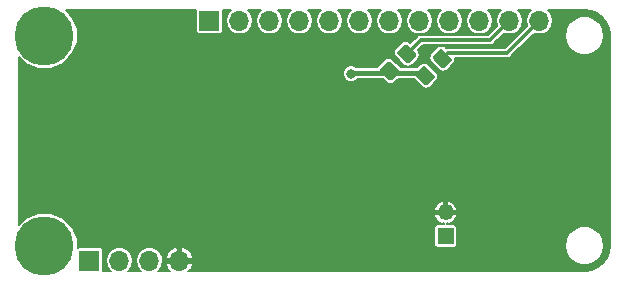
<source format=gbr>
G04 #@! TF.GenerationSoftware,KiCad,Pcbnew,(5.0.2-5)-5*
G04 #@! TF.CreationDate,2019-11-21T15:56:31-05:00*
G04 #@! TF.ProjectId,NEMA0183,4e454d41-3031-4383-932e-6b696361645f,rev?*
G04 #@! TF.SameCoordinates,Original*
G04 #@! TF.FileFunction,Copper,L2,Bot*
G04 #@! TF.FilePolarity,Positive*
%FSLAX46Y46*%
G04 Gerber Fmt 4.6, Leading zero omitted, Abs format (unit mm)*
G04 Created by KiCad (PCBNEW (5.0.2-5)-5) date Thursday, November 21, 2019 at 03:56:31 PM*
%MOMM*%
%LPD*%
G01*
G04 APERTURE LIST*
G04 #@! TA.AperFunction,ComponentPad*
%ADD10R,1.700000X1.700000*%
G04 #@! TD*
G04 #@! TA.AperFunction,ComponentPad*
%ADD11O,1.700000X1.700000*%
G04 #@! TD*
G04 #@! TA.AperFunction,Conductor*
%ADD12C,0.100000*%
G04 #@! TD*
G04 #@! TA.AperFunction,SMDPad,CuDef*
%ADD13C,1.150000*%
G04 #@! TD*
G04 #@! TA.AperFunction,ComponentPad*
%ADD14C,5.000000*%
G04 #@! TD*
G04 #@! TA.AperFunction,ComponentPad*
%ADD15R,1.350000X1.350000*%
G04 #@! TD*
G04 #@! TA.AperFunction,ComponentPad*
%ADD16O,1.350000X1.350000*%
G04 #@! TD*
G04 #@! TA.AperFunction,ViaPad*
%ADD17C,0.800000*%
G04 #@! TD*
G04 #@! TA.AperFunction,ViaPad*
%ADD18C,0.600000*%
G04 #@! TD*
G04 #@! TA.AperFunction,Conductor*
%ADD19C,0.400000*%
G04 #@! TD*
G04 #@! TA.AperFunction,Conductor*
%ADD20C,0.300000*%
G04 #@! TD*
G04 #@! TA.AperFunction,Conductor*
%ADD21C,0.200000*%
G04 #@! TD*
G04 APERTURE END LIST*
D10*
G04 #@! TO.P,J3,1*
G04 #@! TO.N,N/C*
X56350000Y-51590000D03*
D11*
G04 #@! TO.P,J3,2*
G04 #@! TO.N,/3V3*
X58890000Y-51590000D03*
G04 #@! TO.P,J3,3*
G04 #@! TO.N,N/C*
X61430000Y-51590000D03*
G04 #@! TO.P,J3,4*
G04 #@! TO.N,GND*
X63970000Y-51590000D03*
G04 #@! TD*
D12*
G04 #@! TO.N,/SCL*
G04 #@! TO.C,I2C_R1*
G36*
X83160900Y-33278412D02*
X83185168Y-33282012D01*
X83208967Y-33287973D01*
X83232066Y-33296238D01*
X83254245Y-33306728D01*
X83275288Y-33319340D01*
X83294994Y-33333955D01*
X83313172Y-33350431D01*
X83949569Y-33986828D01*
X83966045Y-34005006D01*
X83980660Y-34024712D01*
X83993272Y-34045755D01*
X84003762Y-34067934D01*
X84012027Y-34091033D01*
X84017988Y-34114832D01*
X84021588Y-34139100D01*
X84022792Y-34163604D01*
X84021588Y-34188108D01*
X84017988Y-34212376D01*
X84012027Y-34236175D01*
X84003762Y-34259274D01*
X83993272Y-34281453D01*
X83980660Y-34302496D01*
X83966045Y-34322202D01*
X83949569Y-34340380D01*
X83489948Y-34800001D01*
X83471770Y-34816477D01*
X83452064Y-34831092D01*
X83431021Y-34843704D01*
X83408842Y-34854194D01*
X83385743Y-34862459D01*
X83361944Y-34868420D01*
X83337676Y-34872020D01*
X83313172Y-34873224D01*
X83288668Y-34872020D01*
X83264400Y-34868420D01*
X83240601Y-34862459D01*
X83217502Y-34854194D01*
X83195323Y-34843704D01*
X83174280Y-34831092D01*
X83154574Y-34816477D01*
X83136396Y-34800001D01*
X82499999Y-34163604D01*
X82483523Y-34145426D01*
X82468908Y-34125720D01*
X82456296Y-34104677D01*
X82445806Y-34082498D01*
X82437541Y-34059399D01*
X82431580Y-34035600D01*
X82427980Y-34011332D01*
X82426776Y-33986828D01*
X82427980Y-33962324D01*
X82431580Y-33938056D01*
X82437541Y-33914257D01*
X82445806Y-33891158D01*
X82456296Y-33868979D01*
X82468908Y-33847936D01*
X82483523Y-33828230D01*
X82499999Y-33810052D01*
X82959620Y-33350431D01*
X82977798Y-33333955D01*
X82997504Y-33319340D01*
X83018547Y-33306728D01*
X83040726Y-33296238D01*
X83063825Y-33287973D01*
X83087624Y-33282012D01*
X83111892Y-33278412D01*
X83136396Y-33277208D01*
X83160900Y-33278412D01*
X83160900Y-33278412D01*
G37*
D13*
G04 #@! TD*
G04 #@! TO.P,I2C_R1,2*
G04 #@! TO.N,/SCL*
X83224784Y-34075216D03*
D12*
G04 #@! TO.N,/3V3*
G04 #@! TO.C,I2C_R1*
G36*
X81711332Y-34727980D02*
X81735600Y-34731580D01*
X81759399Y-34737541D01*
X81782498Y-34745806D01*
X81804677Y-34756296D01*
X81825720Y-34768908D01*
X81845426Y-34783523D01*
X81863604Y-34799999D01*
X82500001Y-35436396D01*
X82516477Y-35454574D01*
X82531092Y-35474280D01*
X82543704Y-35495323D01*
X82554194Y-35517502D01*
X82562459Y-35540601D01*
X82568420Y-35564400D01*
X82572020Y-35588668D01*
X82573224Y-35613172D01*
X82572020Y-35637676D01*
X82568420Y-35661944D01*
X82562459Y-35685743D01*
X82554194Y-35708842D01*
X82543704Y-35731021D01*
X82531092Y-35752064D01*
X82516477Y-35771770D01*
X82500001Y-35789948D01*
X82040380Y-36249569D01*
X82022202Y-36266045D01*
X82002496Y-36280660D01*
X81981453Y-36293272D01*
X81959274Y-36303762D01*
X81936175Y-36312027D01*
X81912376Y-36317988D01*
X81888108Y-36321588D01*
X81863604Y-36322792D01*
X81839100Y-36321588D01*
X81814832Y-36317988D01*
X81791033Y-36312027D01*
X81767934Y-36303762D01*
X81745755Y-36293272D01*
X81724712Y-36280660D01*
X81705006Y-36266045D01*
X81686828Y-36249569D01*
X81050431Y-35613172D01*
X81033955Y-35594994D01*
X81019340Y-35575288D01*
X81006728Y-35554245D01*
X80996238Y-35532066D01*
X80987973Y-35508967D01*
X80982012Y-35485168D01*
X80978412Y-35460900D01*
X80977208Y-35436396D01*
X80978412Y-35411892D01*
X80982012Y-35387624D01*
X80987973Y-35363825D01*
X80996238Y-35340726D01*
X81006728Y-35318547D01*
X81019340Y-35297504D01*
X81033955Y-35277798D01*
X81050431Y-35259620D01*
X81510052Y-34799999D01*
X81528230Y-34783523D01*
X81547936Y-34768908D01*
X81568979Y-34756296D01*
X81591158Y-34745806D01*
X81614257Y-34737541D01*
X81638056Y-34731580D01*
X81662324Y-34727980D01*
X81686828Y-34726776D01*
X81711332Y-34727980D01*
X81711332Y-34727980D01*
G37*
D13*
G04 #@! TD*
G04 #@! TO.P,I2C_R1,1*
G04 #@! TO.N,/3V3*
X81775216Y-35524784D03*
D14*
G04 #@! TO.P,REF\002A\002A,1*
G04 #@! TO.N,N/C*
X52540000Y-50320000D03*
G04 #@! TD*
D10*
G04 #@! TO.P,J2,BAT*
G04 #@! TO.N,N/C*
X66510000Y-31270000D03*
D11*
G04 #@! TO.P,J2,EN*
X69050000Y-31270000D03*
G04 #@! TO.P,J2,USB*
X71590000Y-31270000D03*
G04 #@! TO.P,J2,16*
X74130000Y-31270000D03*
G04 #@! TO.P,J2,15*
G04 #@! TO.N,/DAT_OUT*
X76670000Y-31270000D03*
G04 #@! TO.P,J2,07*
G04 #@! TO.N,/POW_CON_IN*
X79210000Y-31270000D03*
G04 #@! TO.P,J2,11*
G04 #@! TO.N,/RSSI_OUT*
X81750000Y-31270000D03*
G04 #@! TO.P,J2,31\002A*
G04 #@! TO.N,N/C*
X84290000Y-31270000D03*
G04 #@! TO.P,J2,30*
X86830000Y-31270000D03*
G04 #@! TO.P,J2,27*
X89370000Y-31270000D03*
G04 #@! TO.P,J2,SCL*
G04 #@! TO.N,/SCL*
X91910000Y-31270000D03*
G04 #@! TO.P,J2,SDA*
G04 #@! TO.N,/SDA*
X94450000Y-31270000D03*
G04 #@! TD*
D12*
G04 #@! TO.N,/SDA*
G04 #@! TO.C,I2C_R2*
G36*
X86160900Y-33678412D02*
X86185168Y-33682012D01*
X86208967Y-33687973D01*
X86232066Y-33696238D01*
X86254245Y-33706728D01*
X86275288Y-33719340D01*
X86294994Y-33733955D01*
X86313172Y-33750431D01*
X86949569Y-34386828D01*
X86966045Y-34405006D01*
X86980660Y-34424712D01*
X86993272Y-34445755D01*
X87003762Y-34467934D01*
X87012027Y-34491033D01*
X87017988Y-34514832D01*
X87021588Y-34539100D01*
X87022792Y-34563604D01*
X87021588Y-34588108D01*
X87017988Y-34612376D01*
X87012027Y-34636175D01*
X87003762Y-34659274D01*
X86993272Y-34681453D01*
X86980660Y-34702496D01*
X86966045Y-34722202D01*
X86949569Y-34740380D01*
X86489948Y-35200001D01*
X86471770Y-35216477D01*
X86452064Y-35231092D01*
X86431021Y-35243704D01*
X86408842Y-35254194D01*
X86385743Y-35262459D01*
X86361944Y-35268420D01*
X86337676Y-35272020D01*
X86313172Y-35273224D01*
X86288668Y-35272020D01*
X86264400Y-35268420D01*
X86240601Y-35262459D01*
X86217502Y-35254194D01*
X86195323Y-35243704D01*
X86174280Y-35231092D01*
X86154574Y-35216477D01*
X86136396Y-35200001D01*
X85499999Y-34563604D01*
X85483523Y-34545426D01*
X85468908Y-34525720D01*
X85456296Y-34504677D01*
X85445806Y-34482498D01*
X85437541Y-34459399D01*
X85431580Y-34435600D01*
X85427980Y-34411332D01*
X85426776Y-34386828D01*
X85427980Y-34362324D01*
X85431580Y-34338056D01*
X85437541Y-34314257D01*
X85445806Y-34291158D01*
X85456296Y-34268979D01*
X85468908Y-34247936D01*
X85483523Y-34228230D01*
X85499999Y-34210052D01*
X85959620Y-33750431D01*
X85977798Y-33733955D01*
X85997504Y-33719340D01*
X86018547Y-33706728D01*
X86040726Y-33696238D01*
X86063825Y-33687973D01*
X86087624Y-33682012D01*
X86111892Y-33678412D01*
X86136396Y-33677208D01*
X86160900Y-33678412D01*
X86160900Y-33678412D01*
G37*
D13*
G04 #@! TD*
G04 #@! TO.P,I2C_R2,1*
G04 #@! TO.N,/SDA*
X86224784Y-34475216D03*
D12*
G04 #@! TO.N,/3V3*
G04 #@! TO.C,I2C_R2*
G36*
X84711332Y-35127980D02*
X84735600Y-35131580D01*
X84759399Y-35137541D01*
X84782498Y-35145806D01*
X84804677Y-35156296D01*
X84825720Y-35168908D01*
X84845426Y-35183523D01*
X84863604Y-35199999D01*
X85500001Y-35836396D01*
X85516477Y-35854574D01*
X85531092Y-35874280D01*
X85543704Y-35895323D01*
X85554194Y-35917502D01*
X85562459Y-35940601D01*
X85568420Y-35964400D01*
X85572020Y-35988668D01*
X85573224Y-36013172D01*
X85572020Y-36037676D01*
X85568420Y-36061944D01*
X85562459Y-36085743D01*
X85554194Y-36108842D01*
X85543704Y-36131021D01*
X85531092Y-36152064D01*
X85516477Y-36171770D01*
X85500001Y-36189948D01*
X85040380Y-36649569D01*
X85022202Y-36666045D01*
X85002496Y-36680660D01*
X84981453Y-36693272D01*
X84959274Y-36703762D01*
X84936175Y-36712027D01*
X84912376Y-36717988D01*
X84888108Y-36721588D01*
X84863604Y-36722792D01*
X84839100Y-36721588D01*
X84814832Y-36717988D01*
X84791033Y-36712027D01*
X84767934Y-36703762D01*
X84745755Y-36693272D01*
X84724712Y-36680660D01*
X84705006Y-36666045D01*
X84686828Y-36649569D01*
X84050431Y-36013172D01*
X84033955Y-35994994D01*
X84019340Y-35975288D01*
X84006728Y-35954245D01*
X83996238Y-35932066D01*
X83987973Y-35908967D01*
X83982012Y-35885168D01*
X83978412Y-35860900D01*
X83977208Y-35836396D01*
X83978412Y-35811892D01*
X83982012Y-35787624D01*
X83987973Y-35763825D01*
X83996238Y-35740726D01*
X84006728Y-35718547D01*
X84019340Y-35697504D01*
X84033955Y-35677798D01*
X84050431Y-35659620D01*
X84510052Y-35199999D01*
X84528230Y-35183523D01*
X84547936Y-35168908D01*
X84568979Y-35156296D01*
X84591158Y-35145806D01*
X84614257Y-35137541D01*
X84638056Y-35131580D01*
X84662324Y-35127980D01*
X84686828Y-35126776D01*
X84711332Y-35127980D01*
X84711332Y-35127980D01*
G37*
D13*
G04 #@! TD*
G04 #@! TO.P,I2C_R2,2*
G04 #@! TO.N,/3V3*
X84775216Y-35924784D03*
D14*
G04 #@! TO.P,REF\002A\002A,1*
G04 #@! TO.N,N/C*
X52540000Y-32540000D03*
G04 #@! TD*
D15*
G04 #@! TO.P,J1,1*
G04 #@! TO.N,Net-(J1-Pad1)*
X86500000Y-49500000D03*
D16*
G04 #@! TO.P,J1,2*
G04 #@! TO.N,GND*
X86500000Y-47500000D03*
G04 #@! TD*
D17*
G04 #@! TO.N,/3V3*
X78500000Y-35750000D03*
G04 #@! TO.N,GND*
X67250000Y-38250000D03*
X65250000Y-44250000D03*
X64250000Y-40350000D03*
X98250000Y-36250000D03*
X95500000Y-44000000D03*
X94500000Y-40250000D03*
X80000000Y-46000000D03*
X82000000Y-46000000D03*
X84000000Y-46000000D03*
X86000000Y-46000000D03*
X88000000Y-46000000D03*
X86250000Y-40000000D03*
X97000000Y-36250000D03*
X81500000Y-50000000D03*
X56000000Y-49000000D03*
X67250000Y-40750000D03*
X87300000Y-35350000D03*
X81250000Y-37750000D03*
X89750000Y-45000000D03*
X91500000Y-44000000D03*
X93250000Y-36000000D03*
X63000000Y-47000000D03*
X88500000Y-49000000D03*
X89250000Y-51750000D03*
X93500000Y-44000000D03*
X97500000Y-44000000D03*
X99500000Y-43500000D03*
X96500000Y-41750000D03*
X95250000Y-41750000D03*
X63000000Y-45100000D03*
X93500000Y-33500000D03*
X91500000Y-42250000D03*
X88100000Y-32100000D03*
X91100000Y-33200000D03*
X67250000Y-43750000D03*
X70200000Y-45000000D03*
X91750000Y-38650000D03*
X56000000Y-33000000D03*
X60000000Y-33750000D03*
X73750000Y-44000000D03*
X71750000Y-44000000D03*
X75500000Y-40250000D03*
X77750000Y-37750000D03*
X81250000Y-40250000D03*
X82250000Y-44250000D03*
X78500000Y-40250000D03*
X78750000Y-43250000D03*
X64250000Y-41500000D03*
X70000000Y-37750000D03*
X72500000Y-33000000D03*
X68500000Y-33000000D03*
X63500000Y-35000000D03*
X90300000Y-39850000D03*
X63250000Y-36750000D03*
X83000000Y-32150000D03*
X95500000Y-34250000D03*
X96000000Y-31500000D03*
X93500000Y-51750000D03*
X95250000Y-49750000D03*
X97000000Y-47750000D03*
X99500000Y-47500000D03*
X81000000Y-51750000D03*
X51000000Y-47250000D03*
X51000000Y-43250000D03*
X51000000Y-39250000D03*
X51000000Y-35250000D03*
X59250000Y-30750000D03*
X63250000Y-30750000D03*
X92750000Y-48000000D03*
D18*
X65900000Y-35700000D03*
D17*
X64250000Y-38250000D03*
X99500000Y-39500000D03*
X69500000Y-46750000D03*
X78250000Y-50250000D03*
X76250000Y-44750000D03*
X74700000Y-46150000D03*
X73750000Y-48500000D03*
X78000000Y-46000000D03*
X76600000Y-48050000D03*
X77000000Y-52100000D03*
X85000000Y-51750000D03*
X70750000Y-48500000D03*
X66500000Y-33000000D03*
X70500000Y-33000000D03*
X85550000Y-32100000D03*
X84750000Y-33750000D03*
X54750000Y-36750000D03*
X54750000Y-40750000D03*
X54750000Y-44750000D03*
X60250000Y-42750000D03*
X60350000Y-40600000D03*
X68750000Y-51750000D03*
X58250000Y-49750000D03*
X54750000Y-38750000D03*
X54750000Y-42750000D03*
X55000000Y-47000000D03*
X55000000Y-34750000D03*
X57500000Y-31500000D03*
X61250000Y-30750000D03*
X62000000Y-33750000D03*
X63000000Y-48750000D03*
X87250000Y-40000000D03*
X79750000Y-34750000D03*
X72000000Y-35500000D03*
X77800000Y-32750000D03*
X74500000Y-33000000D03*
X75750000Y-34000000D03*
X74500000Y-35250000D03*
X73250000Y-36500000D03*
X72000000Y-37750000D03*
X72750000Y-51750000D03*
D18*
X94600000Y-37750000D03*
G04 #@! TD*
D19*
G04 #@! TO.N,/3V3*
X78750000Y-35724784D02*
X84775216Y-35724784D01*
D20*
G04 #@! TO.N,/SCL*
X90280000Y-32900000D02*
X84400000Y-32900000D01*
X91910000Y-31270000D02*
X90280000Y-32900000D01*
X84400000Y-32900000D02*
X83224784Y-34075216D01*
G04 #@! TO.N,/SDA*
X86702080Y-33997920D02*
X91722080Y-33997920D01*
X86224784Y-34475216D02*
X86702080Y-33997920D01*
X91722080Y-33997920D02*
X94450000Y-31270000D01*
G04 #@! TD*
D21*
G04 #@! TO.N,GND*
G36*
X65354123Y-30420000D02*
X65354123Y-32120000D01*
X65377407Y-32237054D01*
X65443712Y-32336288D01*
X65542946Y-32402593D01*
X65660000Y-32425877D01*
X67360000Y-32425877D01*
X67477054Y-32402593D01*
X67576288Y-32336288D01*
X67642593Y-32237054D01*
X67665877Y-32120000D01*
X67665877Y-30420000D01*
X67656926Y-30375000D01*
X68319519Y-30375000D01*
X68220897Y-30440897D01*
X67966724Y-30821293D01*
X67877471Y-31270000D01*
X67966724Y-31718707D01*
X68220897Y-32099103D01*
X68601293Y-32353276D01*
X68936739Y-32420000D01*
X69163261Y-32420000D01*
X69498707Y-32353276D01*
X69879103Y-32099103D01*
X70133276Y-31718707D01*
X70222529Y-31270000D01*
X70133276Y-30821293D01*
X69879103Y-30440897D01*
X69780481Y-30375000D01*
X70859519Y-30375000D01*
X70760897Y-30440897D01*
X70506724Y-30821293D01*
X70417471Y-31270000D01*
X70506724Y-31718707D01*
X70760897Y-32099103D01*
X71141293Y-32353276D01*
X71476739Y-32420000D01*
X71703261Y-32420000D01*
X72038707Y-32353276D01*
X72419103Y-32099103D01*
X72673276Y-31718707D01*
X72762529Y-31270000D01*
X72673276Y-30821293D01*
X72419103Y-30440897D01*
X72320481Y-30375000D01*
X73399519Y-30375000D01*
X73300897Y-30440897D01*
X73046724Y-30821293D01*
X72957471Y-31270000D01*
X73046724Y-31718707D01*
X73300897Y-32099103D01*
X73681293Y-32353276D01*
X74016739Y-32420000D01*
X74243261Y-32420000D01*
X74578707Y-32353276D01*
X74959103Y-32099103D01*
X75213276Y-31718707D01*
X75302529Y-31270000D01*
X75213276Y-30821293D01*
X74959103Y-30440897D01*
X74860481Y-30375000D01*
X75939519Y-30375000D01*
X75840897Y-30440897D01*
X75586724Y-30821293D01*
X75497471Y-31270000D01*
X75586724Y-31718707D01*
X75840897Y-32099103D01*
X76221293Y-32353276D01*
X76556739Y-32420000D01*
X76783261Y-32420000D01*
X77118707Y-32353276D01*
X77499103Y-32099103D01*
X77753276Y-31718707D01*
X77842529Y-31270000D01*
X77753276Y-30821293D01*
X77499103Y-30440897D01*
X77400481Y-30375000D01*
X78479519Y-30375000D01*
X78380897Y-30440897D01*
X78126724Y-30821293D01*
X78037471Y-31270000D01*
X78126724Y-31718707D01*
X78380897Y-32099103D01*
X78761293Y-32353276D01*
X79096739Y-32420000D01*
X79323261Y-32420000D01*
X79658707Y-32353276D01*
X80039103Y-32099103D01*
X80293276Y-31718707D01*
X80382529Y-31270000D01*
X80293276Y-30821293D01*
X80039103Y-30440897D01*
X79940481Y-30375000D01*
X81019519Y-30375000D01*
X80920897Y-30440897D01*
X80666724Y-30821293D01*
X80577471Y-31270000D01*
X80666724Y-31718707D01*
X80920897Y-32099103D01*
X81301293Y-32353276D01*
X81636739Y-32420000D01*
X81863261Y-32420000D01*
X82198707Y-32353276D01*
X82579103Y-32099103D01*
X82833276Y-31718707D01*
X82922529Y-31270000D01*
X82833276Y-30821293D01*
X82579103Y-30440897D01*
X82480481Y-30375000D01*
X83559519Y-30375000D01*
X83460897Y-30440897D01*
X83206724Y-30821293D01*
X83117471Y-31270000D01*
X83206724Y-31718707D01*
X83460897Y-32099103D01*
X83841293Y-32353276D01*
X84176739Y-32420000D01*
X84403261Y-32420000D01*
X84738707Y-32353276D01*
X85119103Y-32099103D01*
X85373276Y-31718707D01*
X85462529Y-31270000D01*
X85373276Y-30821293D01*
X85119103Y-30440897D01*
X85020481Y-30375000D01*
X86099519Y-30375000D01*
X86000897Y-30440897D01*
X85746724Y-30821293D01*
X85657471Y-31270000D01*
X85746724Y-31718707D01*
X86000897Y-32099103D01*
X86381293Y-32353276D01*
X86716739Y-32420000D01*
X86943261Y-32420000D01*
X87278707Y-32353276D01*
X87659103Y-32099103D01*
X87913276Y-31718707D01*
X88002529Y-31270000D01*
X87913276Y-30821293D01*
X87659103Y-30440897D01*
X87560481Y-30375000D01*
X88639519Y-30375000D01*
X88540897Y-30440897D01*
X88286724Y-30821293D01*
X88197471Y-31270000D01*
X88286724Y-31718707D01*
X88540897Y-32099103D01*
X88921293Y-32353276D01*
X89256739Y-32420000D01*
X89483261Y-32420000D01*
X89818707Y-32353276D01*
X90199103Y-32099103D01*
X90453276Y-31718707D01*
X90542529Y-31270000D01*
X90453276Y-30821293D01*
X90199103Y-30440897D01*
X90100481Y-30375000D01*
X91179519Y-30375000D01*
X91080897Y-30440897D01*
X90826724Y-30821293D01*
X90737471Y-31270000D01*
X90826421Y-31717184D01*
X90093605Y-32450000D01*
X84444316Y-32450000D01*
X84399999Y-32441185D01*
X84355683Y-32450000D01*
X84355679Y-32450000D01*
X84224419Y-32476109D01*
X84075568Y-32575568D01*
X84050462Y-32613142D01*
X83529461Y-33134144D01*
X83529460Y-33134143D01*
X83349121Y-33013645D01*
X83136396Y-32971331D01*
X82923671Y-33013645D01*
X82743332Y-33134143D01*
X82283711Y-33593764D01*
X82163213Y-33774103D01*
X82120899Y-33986828D01*
X82163213Y-34199553D01*
X82283711Y-34379892D01*
X82920108Y-35016289D01*
X83100447Y-35136787D01*
X83313172Y-35179101D01*
X83525897Y-35136787D01*
X83706236Y-35016289D01*
X84165857Y-34556668D01*
X84286355Y-34376329D01*
X84328669Y-34163604D01*
X84286355Y-33950879D01*
X84165857Y-33770540D01*
X84165856Y-33770539D01*
X84586396Y-33350000D01*
X90235680Y-33350000D01*
X90280000Y-33358816D01*
X90324320Y-33350000D01*
X90324321Y-33350000D01*
X90455581Y-33323891D01*
X90604432Y-33224432D01*
X90629540Y-33186855D01*
X91462816Y-32353579D01*
X91796739Y-32420000D01*
X92023261Y-32420000D01*
X92358707Y-32353276D01*
X92739103Y-32099103D01*
X92993276Y-31718707D01*
X93082529Y-31270000D01*
X92993276Y-30821293D01*
X92739103Y-30440897D01*
X92640481Y-30375000D01*
X93719519Y-30375000D01*
X93620897Y-30440897D01*
X93366724Y-30821293D01*
X93277471Y-31270000D01*
X93366421Y-31717183D01*
X91535685Y-33547920D01*
X86746396Y-33547920D01*
X86702079Y-33539105D01*
X86657762Y-33547920D01*
X86657759Y-33547920D01*
X86562237Y-33566920D01*
X86529460Y-33534143D01*
X86349121Y-33413645D01*
X86136396Y-33371331D01*
X85923671Y-33413645D01*
X85743332Y-33534143D01*
X85283711Y-33993764D01*
X85163213Y-34174103D01*
X85120899Y-34386828D01*
X85163213Y-34599553D01*
X85283711Y-34779892D01*
X85920108Y-35416289D01*
X86100447Y-35536787D01*
X86313172Y-35579101D01*
X86525897Y-35536787D01*
X86706236Y-35416289D01*
X87165857Y-34956668D01*
X87286355Y-34776329D01*
X87328669Y-34563604D01*
X87305658Y-34447920D01*
X91677760Y-34447920D01*
X91722080Y-34456736D01*
X91766400Y-34447920D01*
X91766401Y-34447920D01*
X91897661Y-34421811D01*
X92046512Y-34322352D01*
X92071620Y-34284775D01*
X93816395Y-32540000D01*
X96595000Y-32540000D01*
X96695412Y-33109464D01*
X96984536Y-33610241D01*
X97427500Y-33981932D01*
X97970876Y-34179705D01*
X98549124Y-34179705D01*
X99092500Y-33981932D01*
X99535464Y-33610241D01*
X99824588Y-33109464D01*
X99925000Y-32540000D01*
X99824588Y-31970536D01*
X99535464Y-31469759D01*
X99092500Y-31098068D01*
X98549124Y-30900295D01*
X97970876Y-30900295D01*
X97427500Y-31098068D01*
X96984536Y-31469759D01*
X96695412Y-31970536D01*
X96595000Y-32540000D01*
X93816395Y-32540000D01*
X94002817Y-32353579D01*
X94336739Y-32420000D01*
X94563261Y-32420000D01*
X94898707Y-32353276D01*
X95279103Y-32099103D01*
X95533276Y-31718707D01*
X95622529Y-31270000D01*
X95533276Y-30821293D01*
X95279103Y-30440897D01*
X95180481Y-30375000D01*
X98236407Y-30375000D01*
X98797672Y-30445905D01*
X99301561Y-30645408D01*
X99740006Y-30963957D01*
X100085455Y-31381534D01*
X100316203Y-31871897D01*
X100421100Y-32421791D01*
X100425000Y-32545892D01*
X100425001Y-50296398D01*
X100354095Y-50857672D01*
X100154592Y-51361561D01*
X99836045Y-51800004D01*
X99418468Y-52145454D01*
X98928102Y-52376203D01*
X98378209Y-52481100D01*
X98254108Y-52485000D01*
X64734381Y-52485000D01*
X64906781Y-52339984D01*
X65122479Y-51924404D01*
X65073102Y-51740000D01*
X64120000Y-51740000D01*
X64120000Y-51760000D01*
X63820000Y-51760000D01*
X63820000Y-51740000D01*
X62866898Y-51740000D01*
X62817521Y-51924404D01*
X63033219Y-52339984D01*
X63205619Y-52485000D01*
X62160481Y-52485000D01*
X62259103Y-52419103D01*
X62513276Y-52038707D01*
X62602529Y-51590000D01*
X62536013Y-51255596D01*
X62817521Y-51255596D01*
X62866898Y-51440000D01*
X63820000Y-51440000D01*
X63820000Y-50487659D01*
X64120000Y-50487659D01*
X64120000Y-51440000D01*
X65073102Y-51440000D01*
X65122479Y-51255596D01*
X64906781Y-50840016D01*
X64548466Y-50538615D01*
X64304402Y-50437535D01*
X64120000Y-50487659D01*
X63820000Y-50487659D01*
X63635598Y-50437535D01*
X63391534Y-50538615D01*
X63033219Y-50840016D01*
X62817521Y-51255596D01*
X62536013Y-51255596D01*
X62513276Y-51141293D01*
X62259103Y-50760897D01*
X61878707Y-50506724D01*
X61543261Y-50440000D01*
X61316739Y-50440000D01*
X60981293Y-50506724D01*
X60600897Y-50760897D01*
X60346724Y-51141293D01*
X60257471Y-51590000D01*
X60346724Y-52038707D01*
X60600897Y-52419103D01*
X60699519Y-52485000D01*
X59620481Y-52485000D01*
X59719103Y-52419103D01*
X59973276Y-52038707D01*
X60062529Y-51590000D01*
X59973276Y-51141293D01*
X59719103Y-50760897D01*
X59338707Y-50506724D01*
X59003261Y-50440000D01*
X58776739Y-50440000D01*
X58441293Y-50506724D01*
X58060897Y-50760897D01*
X57806724Y-51141293D01*
X57717471Y-51590000D01*
X57806724Y-52038707D01*
X58060897Y-52419103D01*
X58159519Y-52485000D01*
X57496926Y-52485000D01*
X57505877Y-52440000D01*
X57505877Y-50740000D01*
X57482593Y-50622946D01*
X57416288Y-50523712D01*
X57317054Y-50457407D01*
X57200000Y-50434123D01*
X55500000Y-50434123D01*
X55382946Y-50457407D01*
X55340000Y-50486102D01*
X55340000Y-49763045D01*
X54951449Y-48825000D01*
X85519123Y-48825000D01*
X85519123Y-50175000D01*
X85542407Y-50292054D01*
X85608712Y-50391288D01*
X85707946Y-50457593D01*
X85825000Y-50480877D01*
X87175000Y-50480877D01*
X87292054Y-50457593D01*
X87391288Y-50391288D01*
X87438920Y-50320000D01*
X96595000Y-50320000D01*
X96695412Y-50889464D01*
X96984536Y-51390241D01*
X97427500Y-51761932D01*
X97970876Y-51959705D01*
X98549124Y-51959705D01*
X99092500Y-51761932D01*
X99535464Y-51390241D01*
X99824588Y-50889464D01*
X99925000Y-50320000D01*
X99824588Y-49750536D01*
X99535464Y-49249759D01*
X99092500Y-48878068D01*
X98549124Y-48680295D01*
X97970876Y-48680295D01*
X97427500Y-48878068D01*
X96984536Y-49249759D01*
X96695412Y-49750536D01*
X96595000Y-50320000D01*
X87438920Y-50320000D01*
X87457593Y-50292054D01*
X87480877Y-50175000D01*
X87480877Y-48825000D01*
X87457593Y-48707946D01*
X87391288Y-48608712D01*
X87292054Y-48542407D01*
X87175000Y-48519123D01*
X86650002Y-48519123D01*
X86650002Y-48426483D01*
X86806775Y-48478033D01*
X87157700Y-48286187D01*
X87408496Y-47974651D01*
X87478016Y-47806772D01*
X87425422Y-47650000D01*
X86650000Y-47650000D01*
X86650000Y-47670000D01*
X86350000Y-47670000D01*
X86350000Y-47650000D01*
X85574578Y-47650000D01*
X85521984Y-47806772D01*
X85591504Y-47974651D01*
X85842300Y-48286187D01*
X86193225Y-48478033D01*
X86349998Y-48426483D01*
X86349998Y-48519123D01*
X85825000Y-48519123D01*
X85707946Y-48542407D01*
X85608712Y-48608712D01*
X85542407Y-48707946D01*
X85519123Y-48825000D01*
X54951449Y-48825000D01*
X54913725Y-48733928D01*
X54126072Y-47946275D01*
X53096955Y-47520000D01*
X51983045Y-47520000D01*
X50953928Y-47946275D01*
X50375000Y-48525203D01*
X50375000Y-47193228D01*
X85521984Y-47193228D01*
X85574578Y-47350000D01*
X86350000Y-47350000D01*
X86350000Y-46573518D01*
X86650000Y-46573518D01*
X86650000Y-47350000D01*
X87425422Y-47350000D01*
X87478016Y-47193228D01*
X87408496Y-47025349D01*
X87157700Y-46713813D01*
X86806775Y-46521967D01*
X86650000Y-46573518D01*
X86350000Y-46573518D01*
X86193225Y-46521967D01*
X85842300Y-46713813D01*
X85591504Y-47025349D01*
X85521984Y-47193228D01*
X50375000Y-47193228D01*
X50375000Y-35610761D01*
X77800000Y-35610761D01*
X77800000Y-35889239D01*
X77906568Y-36146518D01*
X78103482Y-36343432D01*
X78360761Y-36450000D01*
X78639239Y-36450000D01*
X78896518Y-36343432D01*
X79015166Y-36224784D01*
X81229467Y-36224784D01*
X81470540Y-36465857D01*
X81650879Y-36586355D01*
X81863604Y-36628669D01*
X82076329Y-36586355D01*
X82256668Y-36465857D01*
X82497741Y-36224784D01*
X83831019Y-36224784D01*
X83834143Y-36229460D01*
X84470540Y-36865857D01*
X84650879Y-36986355D01*
X84863604Y-37028669D01*
X85076329Y-36986355D01*
X85256668Y-36865857D01*
X85716289Y-36406236D01*
X85836787Y-36225897D01*
X85879101Y-36013172D01*
X85836787Y-35800447D01*
X85716289Y-35620108D01*
X85079892Y-34983711D01*
X84899553Y-34863213D01*
X84686828Y-34820899D01*
X84474103Y-34863213D01*
X84293764Y-34983711D01*
X84052691Y-35224784D01*
X82719413Y-35224784D01*
X82716289Y-35220108D01*
X82079892Y-34583711D01*
X81899553Y-34463213D01*
X81686828Y-34420899D01*
X81474103Y-34463213D01*
X81293764Y-34583711D01*
X80834143Y-35043332D01*
X80713645Y-35223671D01*
X80713424Y-35224784D01*
X78964734Y-35224784D01*
X78896518Y-35156568D01*
X78639239Y-35050000D01*
X78360761Y-35050000D01*
X78103482Y-35156568D01*
X77906568Y-35353482D01*
X77800000Y-35610761D01*
X50375000Y-35610761D01*
X50375000Y-34334797D01*
X50953928Y-34913725D01*
X51983045Y-35340000D01*
X53096955Y-35340000D01*
X54126072Y-34913725D01*
X54913725Y-34126072D01*
X55340000Y-33096955D01*
X55340000Y-31983045D01*
X54913725Y-30953928D01*
X54334797Y-30375000D01*
X65363074Y-30375000D01*
X65354123Y-30420000D01*
X65354123Y-30420000D01*
G37*
X65354123Y-30420000D02*
X65354123Y-32120000D01*
X65377407Y-32237054D01*
X65443712Y-32336288D01*
X65542946Y-32402593D01*
X65660000Y-32425877D01*
X67360000Y-32425877D01*
X67477054Y-32402593D01*
X67576288Y-32336288D01*
X67642593Y-32237054D01*
X67665877Y-32120000D01*
X67665877Y-30420000D01*
X67656926Y-30375000D01*
X68319519Y-30375000D01*
X68220897Y-30440897D01*
X67966724Y-30821293D01*
X67877471Y-31270000D01*
X67966724Y-31718707D01*
X68220897Y-32099103D01*
X68601293Y-32353276D01*
X68936739Y-32420000D01*
X69163261Y-32420000D01*
X69498707Y-32353276D01*
X69879103Y-32099103D01*
X70133276Y-31718707D01*
X70222529Y-31270000D01*
X70133276Y-30821293D01*
X69879103Y-30440897D01*
X69780481Y-30375000D01*
X70859519Y-30375000D01*
X70760897Y-30440897D01*
X70506724Y-30821293D01*
X70417471Y-31270000D01*
X70506724Y-31718707D01*
X70760897Y-32099103D01*
X71141293Y-32353276D01*
X71476739Y-32420000D01*
X71703261Y-32420000D01*
X72038707Y-32353276D01*
X72419103Y-32099103D01*
X72673276Y-31718707D01*
X72762529Y-31270000D01*
X72673276Y-30821293D01*
X72419103Y-30440897D01*
X72320481Y-30375000D01*
X73399519Y-30375000D01*
X73300897Y-30440897D01*
X73046724Y-30821293D01*
X72957471Y-31270000D01*
X73046724Y-31718707D01*
X73300897Y-32099103D01*
X73681293Y-32353276D01*
X74016739Y-32420000D01*
X74243261Y-32420000D01*
X74578707Y-32353276D01*
X74959103Y-32099103D01*
X75213276Y-31718707D01*
X75302529Y-31270000D01*
X75213276Y-30821293D01*
X74959103Y-30440897D01*
X74860481Y-30375000D01*
X75939519Y-30375000D01*
X75840897Y-30440897D01*
X75586724Y-30821293D01*
X75497471Y-31270000D01*
X75586724Y-31718707D01*
X75840897Y-32099103D01*
X76221293Y-32353276D01*
X76556739Y-32420000D01*
X76783261Y-32420000D01*
X77118707Y-32353276D01*
X77499103Y-32099103D01*
X77753276Y-31718707D01*
X77842529Y-31270000D01*
X77753276Y-30821293D01*
X77499103Y-30440897D01*
X77400481Y-30375000D01*
X78479519Y-30375000D01*
X78380897Y-30440897D01*
X78126724Y-30821293D01*
X78037471Y-31270000D01*
X78126724Y-31718707D01*
X78380897Y-32099103D01*
X78761293Y-32353276D01*
X79096739Y-32420000D01*
X79323261Y-32420000D01*
X79658707Y-32353276D01*
X80039103Y-32099103D01*
X80293276Y-31718707D01*
X80382529Y-31270000D01*
X80293276Y-30821293D01*
X80039103Y-30440897D01*
X79940481Y-30375000D01*
X81019519Y-30375000D01*
X80920897Y-30440897D01*
X80666724Y-30821293D01*
X80577471Y-31270000D01*
X80666724Y-31718707D01*
X80920897Y-32099103D01*
X81301293Y-32353276D01*
X81636739Y-32420000D01*
X81863261Y-32420000D01*
X82198707Y-32353276D01*
X82579103Y-32099103D01*
X82833276Y-31718707D01*
X82922529Y-31270000D01*
X82833276Y-30821293D01*
X82579103Y-30440897D01*
X82480481Y-30375000D01*
X83559519Y-30375000D01*
X83460897Y-30440897D01*
X83206724Y-30821293D01*
X83117471Y-31270000D01*
X83206724Y-31718707D01*
X83460897Y-32099103D01*
X83841293Y-32353276D01*
X84176739Y-32420000D01*
X84403261Y-32420000D01*
X84738707Y-32353276D01*
X85119103Y-32099103D01*
X85373276Y-31718707D01*
X85462529Y-31270000D01*
X85373276Y-30821293D01*
X85119103Y-30440897D01*
X85020481Y-30375000D01*
X86099519Y-30375000D01*
X86000897Y-30440897D01*
X85746724Y-30821293D01*
X85657471Y-31270000D01*
X85746724Y-31718707D01*
X86000897Y-32099103D01*
X86381293Y-32353276D01*
X86716739Y-32420000D01*
X86943261Y-32420000D01*
X87278707Y-32353276D01*
X87659103Y-32099103D01*
X87913276Y-31718707D01*
X88002529Y-31270000D01*
X87913276Y-30821293D01*
X87659103Y-30440897D01*
X87560481Y-30375000D01*
X88639519Y-30375000D01*
X88540897Y-30440897D01*
X88286724Y-30821293D01*
X88197471Y-31270000D01*
X88286724Y-31718707D01*
X88540897Y-32099103D01*
X88921293Y-32353276D01*
X89256739Y-32420000D01*
X89483261Y-32420000D01*
X89818707Y-32353276D01*
X90199103Y-32099103D01*
X90453276Y-31718707D01*
X90542529Y-31270000D01*
X90453276Y-30821293D01*
X90199103Y-30440897D01*
X90100481Y-30375000D01*
X91179519Y-30375000D01*
X91080897Y-30440897D01*
X90826724Y-30821293D01*
X90737471Y-31270000D01*
X90826421Y-31717184D01*
X90093605Y-32450000D01*
X84444316Y-32450000D01*
X84399999Y-32441185D01*
X84355683Y-32450000D01*
X84355679Y-32450000D01*
X84224419Y-32476109D01*
X84075568Y-32575568D01*
X84050462Y-32613142D01*
X83529461Y-33134144D01*
X83529460Y-33134143D01*
X83349121Y-33013645D01*
X83136396Y-32971331D01*
X82923671Y-33013645D01*
X82743332Y-33134143D01*
X82283711Y-33593764D01*
X82163213Y-33774103D01*
X82120899Y-33986828D01*
X82163213Y-34199553D01*
X82283711Y-34379892D01*
X82920108Y-35016289D01*
X83100447Y-35136787D01*
X83313172Y-35179101D01*
X83525897Y-35136787D01*
X83706236Y-35016289D01*
X84165857Y-34556668D01*
X84286355Y-34376329D01*
X84328669Y-34163604D01*
X84286355Y-33950879D01*
X84165857Y-33770540D01*
X84165856Y-33770539D01*
X84586396Y-33350000D01*
X90235680Y-33350000D01*
X90280000Y-33358816D01*
X90324320Y-33350000D01*
X90324321Y-33350000D01*
X90455581Y-33323891D01*
X90604432Y-33224432D01*
X90629540Y-33186855D01*
X91462816Y-32353579D01*
X91796739Y-32420000D01*
X92023261Y-32420000D01*
X92358707Y-32353276D01*
X92739103Y-32099103D01*
X92993276Y-31718707D01*
X93082529Y-31270000D01*
X92993276Y-30821293D01*
X92739103Y-30440897D01*
X92640481Y-30375000D01*
X93719519Y-30375000D01*
X93620897Y-30440897D01*
X93366724Y-30821293D01*
X93277471Y-31270000D01*
X93366421Y-31717183D01*
X91535685Y-33547920D01*
X86746396Y-33547920D01*
X86702079Y-33539105D01*
X86657762Y-33547920D01*
X86657759Y-33547920D01*
X86562237Y-33566920D01*
X86529460Y-33534143D01*
X86349121Y-33413645D01*
X86136396Y-33371331D01*
X85923671Y-33413645D01*
X85743332Y-33534143D01*
X85283711Y-33993764D01*
X85163213Y-34174103D01*
X85120899Y-34386828D01*
X85163213Y-34599553D01*
X85283711Y-34779892D01*
X85920108Y-35416289D01*
X86100447Y-35536787D01*
X86313172Y-35579101D01*
X86525897Y-35536787D01*
X86706236Y-35416289D01*
X87165857Y-34956668D01*
X87286355Y-34776329D01*
X87328669Y-34563604D01*
X87305658Y-34447920D01*
X91677760Y-34447920D01*
X91722080Y-34456736D01*
X91766400Y-34447920D01*
X91766401Y-34447920D01*
X91897661Y-34421811D01*
X92046512Y-34322352D01*
X92071620Y-34284775D01*
X93816395Y-32540000D01*
X96595000Y-32540000D01*
X96695412Y-33109464D01*
X96984536Y-33610241D01*
X97427500Y-33981932D01*
X97970876Y-34179705D01*
X98549124Y-34179705D01*
X99092500Y-33981932D01*
X99535464Y-33610241D01*
X99824588Y-33109464D01*
X99925000Y-32540000D01*
X99824588Y-31970536D01*
X99535464Y-31469759D01*
X99092500Y-31098068D01*
X98549124Y-30900295D01*
X97970876Y-30900295D01*
X97427500Y-31098068D01*
X96984536Y-31469759D01*
X96695412Y-31970536D01*
X96595000Y-32540000D01*
X93816395Y-32540000D01*
X94002817Y-32353579D01*
X94336739Y-32420000D01*
X94563261Y-32420000D01*
X94898707Y-32353276D01*
X95279103Y-32099103D01*
X95533276Y-31718707D01*
X95622529Y-31270000D01*
X95533276Y-30821293D01*
X95279103Y-30440897D01*
X95180481Y-30375000D01*
X98236407Y-30375000D01*
X98797672Y-30445905D01*
X99301561Y-30645408D01*
X99740006Y-30963957D01*
X100085455Y-31381534D01*
X100316203Y-31871897D01*
X100421100Y-32421791D01*
X100425000Y-32545892D01*
X100425001Y-50296398D01*
X100354095Y-50857672D01*
X100154592Y-51361561D01*
X99836045Y-51800004D01*
X99418468Y-52145454D01*
X98928102Y-52376203D01*
X98378209Y-52481100D01*
X98254108Y-52485000D01*
X64734381Y-52485000D01*
X64906781Y-52339984D01*
X65122479Y-51924404D01*
X65073102Y-51740000D01*
X64120000Y-51740000D01*
X64120000Y-51760000D01*
X63820000Y-51760000D01*
X63820000Y-51740000D01*
X62866898Y-51740000D01*
X62817521Y-51924404D01*
X63033219Y-52339984D01*
X63205619Y-52485000D01*
X62160481Y-52485000D01*
X62259103Y-52419103D01*
X62513276Y-52038707D01*
X62602529Y-51590000D01*
X62536013Y-51255596D01*
X62817521Y-51255596D01*
X62866898Y-51440000D01*
X63820000Y-51440000D01*
X63820000Y-50487659D01*
X64120000Y-50487659D01*
X64120000Y-51440000D01*
X65073102Y-51440000D01*
X65122479Y-51255596D01*
X64906781Y-50840016D01*
X64548466Y-50538615D01*
X64304402Y-50437535D01*
X64120000Y-50487659D01*
X63820000Y-50487659D01*
X63635598Y-50437535D01*
X63391534Y-50538615D01*
X63033219Y-50840016D01*
X62817521Y-51255596D01*
X62536013Y-51255596D01*
X62513276Y-51141293D01*
X62259103Y-50760897D01*
X61878707Y-50506724D01*
X61543261Y-50440000D01*
X61316739Y-50440000D01*
X60981293Y-50506724D01*
X60600897Y-50760897D01*
X60346724Y-51141293D01*
X60257471Y-51590000D01*
X60346724Y-52038707D01*
X60600897Y-52419103D01*
X60699519Y-52485000D01*
X59620481Y-52485000D01*
X59719103Y-52419103D01*
X59973276Y-52038707D01*
X60062529Y-51590000D01*
X59973276Y-51141293D01*
X59719103Y-50760897D01*
X59338707Y-50506724D01*
X59003261Y-50440000D01*
X58776739Y-50440000D01*
X58441293Y-50506724D01*
X58060897Y-50760897D01*
X57806724Y-51141293D01*
X57717471Y-51590000D01*
X57806724Y-52038707D01*
X58060897Y-52419103D01*
X58159519Y-52485000D01*
X57496926Y-52485000D01*
X57505877Y-52440000D01*
X57505877Y-50740000D01*
X57482593Y-50622946D01*
X57416288Y-50523712D01*
X57317054Y-50457407D01*
X57200000Y-50434123D01*
X55500000Y-50434123D01*
X55382946Y-50457407D01*
X55340000Y-50486102D01*
X55340000Y-49763045D01*
X54951449Y-48825000D01*
X85519123Y-48825000D01*
X85519123Y-50175000D01*
X85542407Y-50292054D01*
X85608712Y-50391288D01*
X85707946Y-50457593D01*
X85825000Y-50480877D01*
X87175000Y-50480877D01*
X87292054Y-50457593D01*
X87391288Y-50391288D01*
X87438920Y-50320000D01*
X96595000Y-50320000D01*
X96695412Y-50889464D01*
X96984536Y-51390241D01*
X97427500Y-51761932D01*
X97970876Y-51959705D01*
X98549124Y-51959705D01*
X99092500Y-51761932D01*
X99535464Y-51390241D01*
X99824588Y-50889464D01*
X99925000Y-50320000D01*
X99824588Y-49750536D01*
X99535464Y-49249759D01*
X99092500Y-48878068D01*
X98549124Y-48680295D01*
X97970876Y-48680295D01*
X97427500Y-48878068D01*
X96984536Y-49249759D01*
X96695412Y-49750536D01*
X96595000Y-50320000D01*
X87438920Y-50320000D01*
X87457593Y-50292054D01*
X87480877Y-50175000D01*
X87480877Y-48825000D01*
X87457593Y-48707946D01*
X87391288Y-48608712D01*
X87292054Y-48542407D01*
X87175000Y-48519123D01*
X86650002Y-48519123D01*
X86650002Y-48426483D01*
X86806775Y-48478033D01*
X87157700Y-48286187D01*
X87408496Y-47974651D01*
X87478016Y-47806772D01*
X87425422Y-47650000D01*
X86650000Y-47650000D01*
X86650000Y-47670000D01*
X86350000Y-47670000D01*
X86350000Y-47650000D01*
X85574578Y-47650000D01*
X85521984Y-47806772D01*
X85591504Y-47974651D01*
X85842300Y-48286187D01*
X86193225Y-48478033D01*
X86349998Y-48426483D01*
X86349998Y-48519123D01*
X85825000Y-48519123D01*
X85707946Y-48542407D01*
X85608712Y-48608712D01*
X85542407Y-48707946D01*
X85519123Y-48825000D01*
X54951449Y-48825000D01*
X54913725Y-48733928D01*
X54126072Y-47946275D01*
X53096955Y-47520000D01*
X51983045Y-47520000D01*
X50953928Y-47946275D01*
X50375000Y-48525203D01*
X50375000Y-47193228D01*
X85521984Y-47193228D01*
X85574578Y-47350000D01*
X86350000Y-47350000D01*
X86350000Y-46573518D01*
X86650000Y-46573518D01*
X86650000Y-47350000D01*
X87425422Y-47350000D01*
X87478016Y-47193228D01*
X87408496Y-47025349D01*
X87157700Y-46713813D01*
X86806775Y-46521967D01*
X86650000Y-46573518D01*
X86350000Y-46573518D01*
X86193225Y-46521967D01*
X85842300Y-46713813D01*
X85591504Y-47025349D01*
X85521984Y-47193228D01*
X50375000Y-47193228D01*
X50375000Y-35610761D01*
X77800000Y-35610761D01*
X77800000Y-35889239D01*
X77906568Y-36146518D01*
X78103482Y-36343432D01*
X78360761Y-36450000D01*
X78639239Y-36450000D01*
X78896518Y-36343432D01*
X79015166Y-36224784D01*
X81229467Y-36224784D01*
X81470540Y-36465857D01*
X81650879Y-36586355D01*
X81863604Y-36628669D01*
X82076329Y-36586355D01*
X82256668Y-36465857D01*
X82497741Y-36224784D01*
X83831019Y-36224784D01*
X83834143Y-36229460D01*
X84470540Y-36865857D01*
X84650879Y-36986355D01*
X84863604Y-37028669D01*
X85076329Y-36986355D01*
X85256668Y-36865857D01*
X85716289Y-36406236D01*
X85836787Y-36225897D01*
X85879101Y-36013172D01*
X85836787Y-35800447D01*
X85716289Y-35620108D01*
X85079892Y-34983711D01*
X84899553Y-34863213D01*
X84686828Y-34820899D01*
X84474103Y-34863213D01*
X84293764Y-34983711D01*
X84052691Y-35224784D01*
X82719413Y-35224784D01*
X82716289Y-35220108D01*
X82079892Y-34583711D01*
X81899553Y-34463213D01*
X81686828Y-34420899D01*
X81474103Y-34463213D01*
X81293764Y-34583711D01*
X80834143Y-35043332D01*
X80713645Y-35223671D01*
X80713424Y-35224784D01*
X78964734Y-35224784D01*
X78896518Y-35156568D01*
X78639239Y-35050000D01*
X78360761Y-35050000D01*
X78103482Y-35156568D01*
X77906568Y-35353482D01*
X77800000Y-35610761D01*
X50375000Y-35610761D01*
X50375000Y-34334797D01*
X50953928Y-34913725D01*
X51983045Y-35340000D01*
X53096955Y-35340000D01*
X54126072Y-34913725D01*
X54913725Y-34126072D01*
X55340000Y-33096955D01*
X55340000Y-31983045D01*
X54913725Y-30953928D01*
X54334797Y-30375000D01*
X65363074Y-30375000D01*
X65354123Y-30420000D01*
G04 #@! TD*
M02*

</source>
